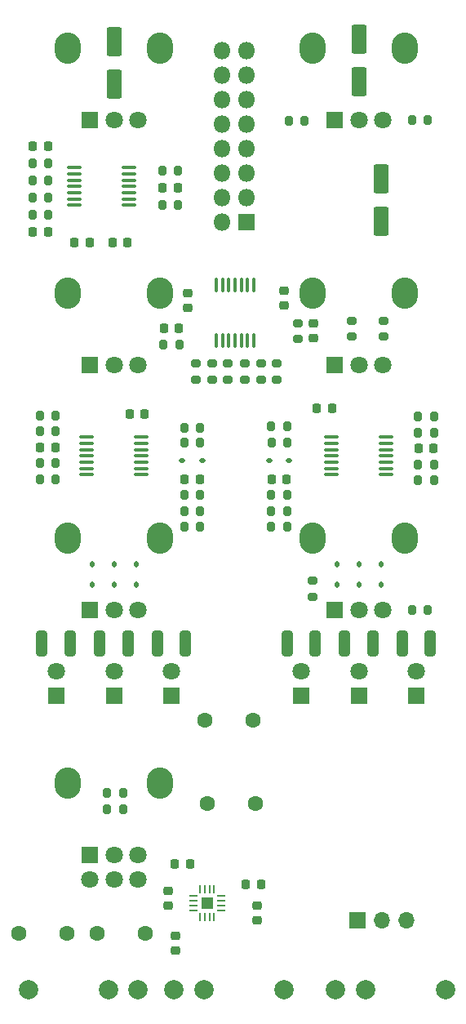
<source format=gbr>
%TF.GenerationSoftware,KiCad,Pcbnew,8.0.7*%
%TF.CreationDate,2025-01-10T16:02:57-05:00*%
%TF.ProjectId,output module,6f757470-7574-4206-9d6f-64756c652e6b,B*%
%TF.SameCoordinates,Original*%
%TF.FileFunction,Soldermask,Bot*%
%TF.FilePolarity,Negative*%
%FSLAX46Y46*%
G04 Gerber Fmt 4.6, Leading zero omitted, Abs format (unit mm)*
G04 Created by KiCad (PCBNEW 8.0.7) date 2025-01-10 16:02:57*
%MOMM*%
%LPD*%
G01*
G04 APERTURE LIST*
G04 Aperture macros list*
%AMRoundRect*
0 Rectangle with rounded corners*
0 $1 Rounding radius*
0 $2 $3 $4 $5 $6 $7 $8 $9 X,Y pos of 4 corners*
0 Add a 4 corners polygon primitive as box body*
4,1,4,$2,$3,$4,$5,$6,$7,$8,$9,$2,$3,0*
0 Add four circle primitives for the rounded corners*
1,1,$1+$1,$2,$3*
1,1,$1+$1,$4,$5*
1,1,$1+$1,$6,$7*
1,1,$1+$1,$8,$9*
0 Add four rect primitives between the rounded corners*
20,1,$1+$1,$2,$3,$4,$5,0*
20,1,$1+$1,$4,$5,$6,$7,0*
20,1,$1+$1,$6,$7,$8,$9,0*
20,1,$1+$1,$8,$9,$2,$3,0*%
G04 Aperture macros list end*
%ADD10C,1.600000*%
%ADD11O,2.720000X3.240000*%
%ADD12R,1.800000X1.800000*%
%ADD13C,1.800000*%
%ADD14C,2.000000*%
%ADD15RoundRect,0.200000X0.200000X0.275000X-0.200000X0.275000X-0.200000X-0.275000X0.200000X-0.275000X0*%
%ADD16R,1.700000X1.700000*%
%ADD17O,1.700000X1.700000*%
%ADD18RoundRect,0.200000X-0.200000X-0.275000X0.200000X-0.275000X0.200000X0.275000X-0.200000X0.275000X0*%
%ADD19RoundRect,0.200000X0.275000X-0.200000X0.275000X0.200000X-0.275000X0.200000X-0.275000X-0.200000X0*%
%ADD20RoundRect,0.112500X0.112500X-0.187500X0.112500X0.187500X-0.112500X0.187500X-0.112500X-0.187500X0*%
%ADD21O,1.800000X1.800000*%
%ADD22RoundRect,0.100000X0.100000X-0.637500X0.100000X0.637500X-0.100000X0.637500X-0.100000X-0.637500X0*%
%ADD23RoundRect,0.250000X0.312500X1.075000X-0.312500X1.075000X-0.312500X-1.075000X0.312500X-1.075000X0*%
%ADD24RoundRect,0.200000X-0.275000X0.200000X-0.275000X-0.200000X0.275000X-0.200000X0.275000X0.200000X0*%
%ADD25RoundRect,0.225000X0.225000X0.250000X-0.225000X0.250000X-0.225000X-0.250000X0.225000X-0.250000X0*%
%ADD26RoundRect,0.250000X-0.550000X1.250000X-0.550000X-1.250000X0.550000X-1.250000X0.550000X1.250000X0*%
%ADD27RoundRect,0.225000X0.250000X-0.225000X0.250000X0.225000X-0.250000X0.225000X-0.250000X-0.225000X0*%
%ADD28RoundRect,0.225000X-0.225000X-0.250000X0.225000X-0.250000X0.225000X0.250000X-0.225000X0.250000X0*%
%ADD29RoundRect,0.062500X-0.350000X-0.062500X0.350000X-0.062500X0.350000X0.062500X-0.350000X0.062500X0*%
%ADD30RoundRect,0.062500X-0.062500X-0.350000X0.062500X-0.350000X0.062500X0.350000X-0.062500X0.350000X0*%
%ADD31R,1.230000X1.230000*%
%ADD32RoundRect,0.100000X-0.637500X-0.100000X0.637500X-0.100000X0.637500X0.100000X-0.637500X0.100000X0*%
%ADD33RoundRect,0.250000X0.550000X-1.250000X0.550000X1.250000X-0.550000X1.250000X-0.550000X-1.250000X0*%
%ADD34RoundRect,0.100000X0.637500X0.100000X-0.637500X0.100000X-0.637500X-0.100000X0.637500X-0.100000X0*%
%ADD35RoundRect,0.112500X0.187500X0.112500X-0.187500X0.112500X-0.187500X-0.112500X0.187500X-0.112500X0*%
%ADD36RoundRect,0.225000X-0.250000X0.225000X-0.250000X-0.225000X0.250000X-0.225000X0.250000X0.225000X0*%
G04 APERTURE END LIST*
D10*
%TO.C,C7*%
X98766000Y-135890000D03*
X93766000Y-135890000D03*
%TD*%
%TO.C,C6*%
X98512000Y-127254000D03*
X93512000Y-127254000D03*
%TD*%
%TO.C,C5*%
X74208000Y-149352000D03*
X79208000Y-149352000D03*
%TD*%
D11*
%TO.C,RV2*%
X79274000Y-82924000D03*
X88874000Y-82924000D03*
D12*
X81574000Y-90424000D03*
D13*
X84074000Y-90424000D03*
X86574000Y-90424000D03*
%TD*%
D11*
%TO.C,RV6*%
X104674000Y-82924000D03*
X114274000Y-82924000D03*
D12*
X106974000Y-90424000D03*
D13*
X109474000Y-90424000D03*
X111974000Y-90424000D03*
%TD*%
D12*
%TO.C,D14*%
X78105000Y-124714000D03*
D13*
X78105000Y-122174000D03*
%TD*%
D11*
%TO.C,RV1*%
X79274000Y-57524000D03*
X88874000Y-57524000D03*
D12*
X81574000Y-65024000D03*
D13*
X84074000Y-65024000D03*
X86574000Y-65024000D03*
%TD*%
D12*
%TO.C,D13*%
X84074000Y-124714000D03*
D13*
X84074000Y-122174000D03*
%TD*%
D14*
%TO.C,J2*%
X90294000Y-155194000D03*
X101694000Y-155194000D03*
X93394000Y-155194000D03*
%TD*%
D11*
%TO.C,RV7*%
X104674000Y-108324000D03*
X114274000Y-108324000D03*
D12*
X106974000Y-115824000D03*
D13*
X109474000Y-115824000D03*
X111974000Y-115824000D03*
%TD*%
D14*
%TO.C,J3*%
X107091000Y-155194000D03*
X118491000Y-155194000D03*
X110191000Y-155194000D03*
%TD*%
D11*
%TO.C,RV3*%
X79274000Y-108324000D03*
X88874000Y-108324000D03*
D12*
X81574000Y-115824000D03*
D13*
X84074000Y-115824000D03*
X86574000Y-115824000D03*
%TD*%
D11*
%TO.C,RV4*%
X79324000Y-133724000D03*
X88824000Y-133724000D03*
D12*
X81574000Y-141224000D03*
D13*
X84074000Y-141224000D03*
X86574000Y-141224000D03*
X81574000Y-143724000D03*
X84074000Y-143724000D03*
X86574000Y-143724000D03*
%TD*%
D14*
%TO.C,J1*%
X86584000Y-155194000D03*
X75184000Y-155194000D03*
X83484000Y-155194000D03*
%TD*%
D12*
%TO.C,D5*%
X103505000Y-124714000D03*
D13*
X103505000Y-122174000D03*
%TD*%
D12*
%TO.C,D12*%
X90043000Y-124714000D03*
D13*
X90043000Y-122174000D03*
%TD*%
D12*
%TO.C,D7*%
X115443000Y-124714000D03*
D13*
X115443000Y-122174000D03*
%TD*%
D12*
%TO.C,D6*%
X109474000Y-124714000D03*
D13*
X109474000Y-122174000D03*
%TD*%
D15*
%TO.C,R27*%
X102044000Y-107188000D03*
X100394000Y-107188000D03*
%TD*%
D16*
%TO.C,J4*%
X109362000Y-147955000D03*
D17*
X111902000Y-147955000D03*
X114442000Y-147955000D03*
%TD*%
D18*
%TO.C,R26*%
X100419400Y-98425000D03*
X102069400Y-98425000D03*
%TD*%
D19*
%TO.C,R16*%
X94234000Y-91896000D03*
X94234000Y-90246000D03*
%TD*%
%TO.C,R19*%
X100965000Y-91884000D03*
X100965000Y-90234000D03*
%TD*%
D15*
%TO.C,R39*%
X78041000Y-100584000D03*
X76391000Y-100584000D03*
%TD*%
D20*
%TO.C,D4*%
X107188000Y-113191000D03*
X107188000Y-111091000D03*
%TD*%
D12*
%TO.C,J6*%
X97790000Y-75565000D03*
D21*
X95250000Y-75565000D03*
X97790000Y-73025000D03*
X95250000Y-73025000D03*
X97790000Y-70485000D03*
X95250000Y-70485000D03*
X97790000Y-67945000D03*
X95250000Y-67945000D03*
X97790000Y-65405000D03*
X95250000Y-65405000D03*
X97790000Y-62865000D03*
X95250000Y-62865000D03*
X97790000Y-60325000D03*
X95252858Y-60325000D03*
X97790000Y-57785000D03*
X95250000Y-57785000D03*
%TD*%
D18*
%TO.C,R46*%
X91377000Y-103886000D03*
X93027000Y-103886000D03*
%TD*%
D22*
%TO.C,U5*%
X98597000Y-87825500D03*
X97947000Y-87825500D03*
X97297000Y-87825500D03*
X96647000Y-87825500D03*
X95997000Y-87825500D03*
X95347000Y-87825500D03*
X94697000Y-87825500D03*
X94697000Y-82100500D03*
X95347000Y-82100500D03*
X95997000Y-82100500D03*
X96647000Y-82100500D03*
X97297000Y-82100500D03*
X97947000Y-82100500D03*
X98597000Y-82100500D03*
%TD*%
D23*
%TO.C,R33*%
X116905500Y-119253000D03*
X113980500Y-119253000D03*
%TD*%
D24*
%TO.C,R11*%
X112014000Y-85789000D03*
X112014000Y-87439000D03*
%TD*%
D25*
%TO.C,C2*%
X90691000Y-72009000D03*
X89141000Y-72009000D03*
%TD*%
D23*
%TO.C,R31*%
X104967500Y-119253000D03*
X102042500Y-119253000D03*
%TD*%
D26*
%TO.C,C23*%
X111810800Y-71129800D03*
X111810800Y-75529800D03*
%TD*%
D24*
%TO.C,R14*%
X104648000Y-112776000D03*
X104648000Y-114426000D03*
%TD*%
D20*
%TO.C,D9*%
X84074000Y-113191000D03*
X84074000Y-111091000D03*
%TD*%
D15*
%TO.C,R8*%
X85026000Y-136495000D03*
X83376000Y-136495000D03*
%TD*%
D19*
%TO.C,R22*%
X103124000Y-87693000D03*
X103124000Y-86043000D03*
%TD*%
D15*
%TO.C,R7*%
X85026000Y-134747000D03*
X83376000Y-134747000D03*
%TD*%
%TO.C,R35*%
X78041000Y-102235000D03*
X76391000Y-102235000D03*
%TD*%
%TO.C,R40*%
X78041000Y-95631000D03*
X76391000Y-95631000D03*
%TD*%
D27*
%TO.C,C14*%
X104775000Y-87643000D03*
X104775000Y-86093000D03*
%TD*%
D19*
%TO.C,R20*%
X99314000Y-91884000D03*
X99314000Y-90234000D03*
%TD*%
D28*
%TO.C,C10*%
X97764000Y-144272000D03*
X99314000Y-144272000D03*
%TD*%
D15*
%TO.C,R23*%
X102044000Y-105537000D03*
X100394000Y-105537000D03*
%TD*%
D25*
%TO.C,C13*%
X90818000Y-86614000D03*
X89268000Y-86614000D03*
%TD*%
D15*
%TO.C,R2*%
X90741000Y-70231000D03*
X89091000Y-70231000D03*
%TD*%
D28*
%TO.C,C24*%
X115684000Y-99060000D03*
X117234000Y-99060000D03*
%TD*%
D20*
%TO.C,D11*%
X86360000Y-113191000D03*
X86360000Y-111091000D03*
%TD*%
D23*
%TO.C,R43*%
X91505500Y-119253000D03*
X88580500Y-119253000D03*
%TD*%
D19*
%TO.C,R18*%
X97663000Y-91884000D03*
X97663000Y-90234000D03*
%TD*%
D18*
%TO.C,R28*%
X115634000Y-97409000D03*
X117284000Y-97409000D03*
%TD*%
D15*
%TO.C,R13*%
X116649000Y-115824000D03*
X114999000Y-115824000D03*
%TD*%
D19*
%TO.C,R17*%
X92583000Y-91884000D03*
X92583000Y-90234000D03*
%TD*%
D18*
%TO.C,R10*%
X102222800Y-65049400D03*
X103872800Y-65049400D03*
%TD*%
D29*
%TO.C,U2*%
X92288500Y-146927000D03*
X92288500Y-146427000D03*
X92288500Y-145927000D03*
X92288500Y-145427000D03*
D30*
X92976000Y-144739500D03*
X93476000Y-144739500D03*
X93976000Y-144739500D03*
X94476000Y-144739500D03*
D29*
X95163500Y-145427000D03*
X95163500Y-145927000D03*
X95163500Y-146427000D03*
X95163500Y-146927000D03*
D30*
X94476000Y-147614500D03*
X93976000Y-147614500D03*
X93476000Y-147614500D03*
X92976000Y-147614500D03*
D31*
X93726000Y-146177000D03*
%TD*%
D32*
%TO.C,U1*%
X79941500Y-73832000D03*
X79941500Y-73182000D03*
X79941500Y-72532000D03*
X79941500Y-71882000D03*
X79941500Y-71232000D03*
X79941500Y-70582000D03*
X79941500Y-69932000D03*
X85666500Y-69932000D03*
X85666500Y-70582000D03*
X85666500Y-71232000D03*
X85666500Y-71882000D03*
X85666500Y-72532000D03*
X85666500Y-73182000D03*
X85666500Y-73832000D03*
%TD*%
D20*
%TO.C,D2*%
X109474000Y-113191000D03*
X109474000Y-111091000D03*
%TD*%
D15*
%TO.C,R41*%
X93027000Y-107188000D03*
X91377000Y-107188000D03*
%TD*%
D18*
%TO.C,R25*%
X115634000Y-100711000D03*
X117284000Y-100711000D03*
%TD*%
D33*
%TO.C,C21*%
X109474000Y-61001000D03*
X109474000Y-56601000D03*
%TD*%
D28*
%TO.C,C25*%
X105143000Y-94869000D03*
X106693000Y-94869000D03*
%TD*%
D15*
%TO.C,R38*%
X93027000Y-98425000D03*
X91377000Y-98425000D03*
%TD*%
D25*
%TO.C,C9*%
X91961000Y-142113000D03*
X90411000Y-142113000D03*
%TD*%
D20*
%TO.C,D3*%
X111760000Y-113191000D03*
X111760000Y-111091000D03*
%TD*%
D34*
%TO.C,U4*%
X112336500Y-97872000D03*
X112336500Y-98522000D03*
X112336500Y-99172000D03*
X112336500Y-99822000D03*
X112336500Y-100472000D03*
X112336500Y-101122000D03*
X112336500Y-101772000D03*
X106611500Y-101772000D03*
X106611500Y-101122000D03*
X106611500Y-100472000D03*
X106611500Y-99822000D03*
X106611500Y-99172000D03*
X106611500Y-98522000D03*
X106611500Y-97872000D03*
%TD*%
D18*
%TO.C,R30*%
X100394000Y-96748600D03*
X102044000Y-96748600D03*
%TD*%
D23*
%TO.C,R44*%
X85536500Y-119253000D03*
X82611500Y-119253000D03*
%TD*%
D33*
%TO.C,C22*%
X84074000Y-61255000D03*
X84074000Y-56855000D03*
%TD*%
D25*
%TO.C,C18*%
X85484000Y-77724000D03*
X83934000Y-77724000D03*
%TD*%
D24*
%TO.C,R12*%
X108712000Y-85789000D03*
X108712000Y-87439000D03*
%TD*%
D15*
%TO.C,R5*%
X90741000Y-73787000D03*
X89091000Y-73787000D03*
%TD*%
D35*
%TO.C,D8*%
X93252000Y-100330000D03*
X91152000Y-100330000D03*
%TD*%
D25*
%TO.C,C1*%
X77229000Y-76581000D03*
X75679000Y-76581000D03*
%TD*%
D18*
%TO.C,R37*%
X91377000Y-105537000D03*
X93027000Y-105537000D03*
%TD*%
D27*
%TO.C,C19*%
X91694000Y-84468000D03*
X91694000Y-82918000D03*
%TD*%
D34*
%TO.C,U3*%
X86936500Y-97872000D03*
X86936500Y-98522000D03*
X86936500Y-99172000D03*
X86936500Y-99822000D03*
X86936500Y-100472000D03*
X86936500Y-101122000D03*
X86936500Y-101772000D03*
X81211500Y-101772000D03*
X81211500Y-101122000D03*
X81211500Y-100472000D03*
X81211500Y-99822000D03*
X81211500Y-99172000D03*
X81211500Y-98522000D03*
X81211500Y-97872000D03*
%TD*%
D20*
%TO.C,D10*%
X81788000Y-113191000D03*
X81788000Y-111091000D03*
%TD*%
D15*
%TO.C,R42*%
X93027000Y-96901000D03*
X91377000Y-96901000D03*
%TD*%
D36*
%TO.C,C11*%
X98933000Y-146418000D03*
X98933000Y-147968000D03*
%TD*%
D15*
%TO.C,R3*%
X77279000Y-71247000D03*
X75629000Y-71247000D03*
%TD*%
D28*
%TO.C,C27*%
X76441000Y-98933000D03*
X77991000Y-98933000D03*
%TD*%
D35*
%TO.C,D1*%
X102269000Y-100330000D03*
X100169000Y-100330000D03*
%TD*%
D36*
%TO.C,C20*%
X101727000Y-82664000D03*
X101727000Y-84214000D03*
%TD*%
D25*
%TO.C,C17*%
X81547000Y-77724000D03*
X79997000Y-77724000D03*
%TD*%
D36*
%TO.C,C8*%
X89662000Y-144894000D03*
X89662000Y-146444000D03*
%TD*%
D23*
%TO.C,R45*%
X79506000Y-119253000D03*
X76581000Y-119253000D03*
%TD*%
D25*
%TO.C,C16*%
X92977000Y-102235000D03*
X91427000Y-102235000D03*
%TD*%
D15*
%TO.C,R9*%
X116649000Y-65024000D03*
X114999000Y-65024000D03*
%TD*%
%TO.C,R6*%
X77279000Y-69469000D03*
X75629000Y-69469000D03*
%TD*%
D18*
%TO.C,R24*%
X115634000Y-95758000D03*
X117284000Y-95758000D03*
%TD*%
%TO.C,R34*%
X100394000Y-103886000D03*
X102044000Y-103886000D03*
%TD*%
D15*
%TO.C,R1*%
X77279000Y-73025000D03*
X75629000Y-73025000D03*
%TD*%
%TO.C,R4*%
X77279000Y-74803000D03*
X75629000Y-74803000D03*
%TD*%
D25*
%TO.C,C15*%
X101994000Y-102235000D03*
X100444000Y-102235000D03*
%TD*%
D23*
%TO.C,R32*%
X110936500Y-119253000D03*
X108011500Y-119253000D03*
%TD*%
D28*
%TO.C,C26*%
X85712000Y-95504000D03*
X87262000Y-95504000D03*
%TD*%
D25*
%TO.C,C3*%
X77229000Y-67691000D03*
X75679000Y-67691000D03*
%TD*%
D15*
%TO.C,R36*%
X78041000Y-97282000D03*
X76391000Y-97282000D03*
%TD*%
D18*
%TO.C,R29*%
X115634000Y-102362000D03*
X117284000Y-102362000D03*
%TD*%
D19*
%TO.C,R15*%
X95885000Y-91896000D03*
X95885000Y-90246000D03*
%TD*%
D15*
%TO.C,R21*%
X90868000Y-88265000D03*
X89218000Y-88265000D03*
%TD*%
D11*
%TO.C,RV5*%
X104674000Y-57524000D03*
X114274000Y-57524000D03*
D12*
X106974000Y-65024000D03*
D13*
X109474000Y-65024000D03*
X111974000Y-65024000D03*
%TD*%
D10*
%TO.C,C4*%
X82296000Y-149352000D03*
X87296000Y-149352000D03*
%TD*%
D36*
%TO.C,C12*%
X90424000Y-149593000D03*
X90424000Y-151143000D03*
%TD*%
M02*

</source>
